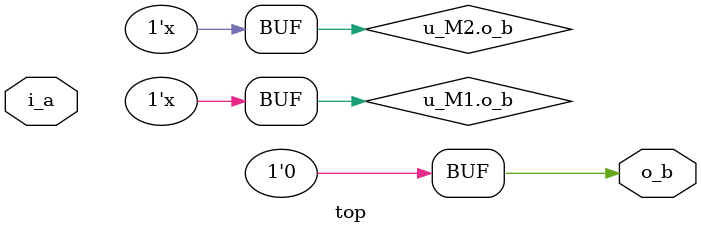
<source format=v>
/* Generated by Yosys 0.27 (git sha1 5f88c218b, gcc 8.5.0 -fPIC -Os) */

(* top =  1  *)
(* interfaces_replaced_in_module =  1  *)
(* src = "testcases/assign_misc_svi.sv:37.1-54.10" *)
module top(i_a, o_b);
  (* src = "testcases/assign_misc_svi.sv:38.17-38.20" *)
  input i_a;
  wire i_a;
  (* src = "testcases/assign_misc_svi.sv:39.18-39.21" *)
  output o_b;
  wire o_b;
  (* src = "testcases/assign_misc_svi.sv:52.29-52.37" *)
  wire \u_M1.o_b ;
  (* src = "testcases/assign_misc_svi.sv:52.18-52.26" *)
  wire \u_M2.o_b ;
  assign o_b = 1'h0;
  assign \u_M1.o_b  = 1'hx;
  assign \u_M2.o_b  = 1'hx;
endmodule

</source>
